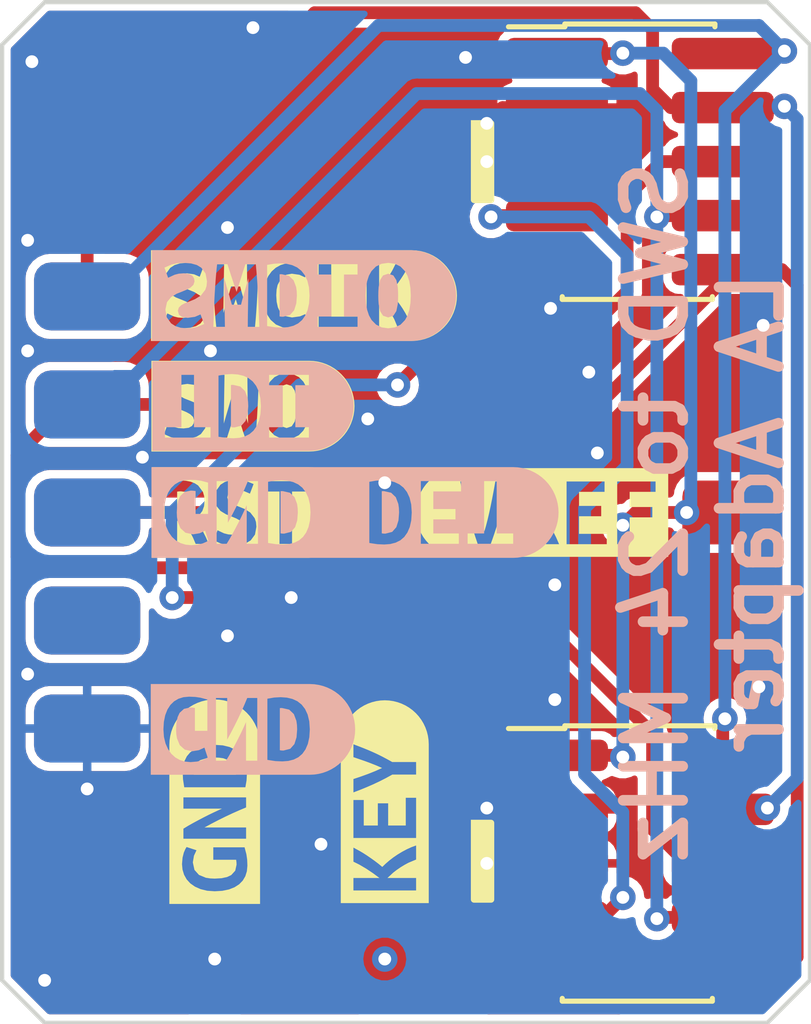
<source format=kicad_pcb>
(kicad_pcb (version 20211014) (generator pcbnew)
  (layers (0 "F.Cu" signal) (31 "B.Cu" signal) (34 "B.Paste" user) (35 "F.Paste" user) (36 "B.SilkS" user "B.Silkscreen") (37 "F.SilkS" user "F.Silkscreen") (38 "B.Mask" user) (39 "F.Mask" user) (44 "Edge.Cuts" user))
  (net 0 "")
  (net 1 "/VREF")
  (net 2 "/SWDIO")
  (net 3 "GND")
  (net 4 "/SWCLK")
  (net 5 "/SWO")
  (net 6 "/TDI")
  (net 7 "/GND_DETECT")
  (net 8 "/RST")
  (net 12 "/KEY")
  (footprint "kibuzzard-639836FB" (layer "F.Cu") (at 142 84.8 90)
    (fp_text reference "kibuzzard-639836FB" hide)
    (fp_text value "G***" hide)
  )
  (footprint "connectors:PinHeader_2x05_FTSH-105-01-L-DV-K" (layer "F.Cu") (at 148 69.75)
    (fp_text reference "J1" hide)
    (fp_text value "Cortex-Debug" hide)
    (pad "1" smd roundrect (at -1.95 -2.54) (size 2.4 0.74) (layers "F.Cu" "F.Paste" "F.Mask") (net 1 "/VREF"))
    (pad "2" smd roundrect (at 1.95 -2.54) (size 2.4 0.74) (layers "F.Cu" "F.Paste" "F.Mask") (net 2 "/SWDIO"))
    (pad "3" smd roundrect (at -1.95 -1.27) (size 2.4 0.74) (layers "F.Cu" "F.Paste" "F.Mask") (net 3 "GND"))
    (pad "4" smd roundrect (at 1.95 -1.27) (size 2.4 0.74) (layers "F.Cu" "F.Paste" "F.Mask") (net 4 "/SWCLK"))
    (pad "5" smd roundrect (at -1.95 0) (size 2.4 0.74) (layers "F.Cu" "F.Paste" "F.Mask") (net 3 "GND"))
    (pad "6" smd roundrect (at 1.95 0) (size 2.4 0.74) (layers "F.Cu" "F.Paste" "F.Mask") (net 5 "/SWO"))
    (pad "7" smd roundrect (at -1.95 1.27) (size 2.4 0.74) (layers "F.Cu" "F.Paste" "F.Mask") (net 12 "/KEY"))
    (pad "8" smd roundrect (at 1.95 1.27) (size 2.4 0.74) (layers "F.Cu" "F.Paste" "F.Mask") (net 6 "/TDI"))
    (pad "9" smd roundrect (at -1.95 2.54) (size 2.4 0.74) (layers "F.Cu" "F.Paste" "F.Mask") (net 7 "/GND_DETECT"))
    (pad "10" smd roundrect (at 1.95 2.54) (size 2.4 0.74) (layers "F.Cu" "F.Paste" "F.Mask") (net 8 "/RST"))
  )
  (footprint "connectors:PinHeader_2x05_FTSH-105-01-L-DV-K" (layer "F.Cu") (at 148 86.25)
    (fp_text reference "J2" hide)
    (fp_text value "Cortex-Debug" hide)
    (pad "1" smd roundrect (at -1.95 -2.54) (size 2.4 0.74) (layers "F.Cu" "F.Paste" "F.Mask") (net 1 "/VREF"))
    (pad "2" smd roundrect (at 1.95 -2.54) (size 2.4 0.74) (layers "F.Cu" "F.Paste" "F.Mask") (net 2 "/SWDIO"))
    (pad "3" smd roundrect (at -1.95 -1.27) (size 2.4 0.74) (layers "F.Cu" "F.Paste" "F.Mask") (net 3 "GND"))
    (pad "4" smd roundrect (at 1.95 -1.27) (size 2.4 0.74) (layers "F.Cu" "F.Paste" "F.Mask") (net 4 "/SWCLK"))
    (pad "5" smd roundrect (at -1.95 0) (size 2.4 0.74) (layers "F.Cu" "F.Paste" "F.Mask") (net 3 "GND"))
    (pad "6" smd roundrect (at 1.95 0) (size 2.4 0.74) (layers "F.Cu" "F.Paste" "F.Mask") (net 5 "/SWO"))
    (pad "7" smd roundrect (at -1.95 1.27) (size 2.4 0.74) (layers "F.Cu" "F.Paste" "F.Mask") (net 12 "/KEY"))
    (pad "8" smd roundrect (at 1.95 1.27) (size 2.4 0.74) (layers "F.Cu" "F.Paste" "F.Mask") (net 6 "/TDI"))
    (pad "9" smd roundrect (at -1.95 2.54) (size 2.4 0.74) (layers "F.Cu" "F.Paste" "F.Mask") (net 7 "/GND_DETECT"))
    (pad "10" smd roundrect (at 1.95 2.54) (size 2.4 0.74) (layers "F.Cu" "F.Paste" "F.Mask") (net 8 "/RST"))
  )
  (footprint "connectors:2x5_2.54mm_side" (layer "F.Cu") (at 135 78 -90)
    (fp_text reference "J3" hide)
    (fp_text value "Conn_02x05_Counter_Clockwise")
    (pad "1" smd roundrect locked (at -5.08 0 270) (size 1.6 2.5) (layers "F.Cu" "F.Mask") (net 4 "/SWCLK"))
    (pad "2" smd roundrect locked (at -2.54 0 270) (size 1.6 2.5) (layers "F.Cu" "F.Mask") (net 5 "/SWO"))
    (pad "3" smd roundrect locked (at 0 0 270) (size 1.6 2.5) (layers "F.Cu" "F.Mask") (net 8 "/RST"))
    (pad "4" smd roundrect locked (at 2.54 0 270) (size 1.6 2.5) (layers "F.Cu" "F.Mask"))
    (pad "5" smd roundrect locked (at 5.08 0 270) (size 1.6 2.5) (layers "F.Cu" "F.Mask"))
    (pad "6" smd roundrect locked (at 5.08 0 270) (size 1.6 2.5) (layers "B.Cu" "B.Mask") (net 3 "GND"))
    (pad "7" smd roundrect locked (at 2.54 0 270) (size 1.6 2.5) (layers "B.Cu" "B.Mask"))
    (pad "8" smd roundrect locked (at 0 0 270) (size 1.6 2.5) (layers "B.Cu" "B.Mask") (net 7 "/GND_DETECT"))
    (pad "9" smd roundrect locked (at -2.54 0 270) (size 1.6 2.5) (layers "B.Cu" "B.Mask") (net 6 "/TDI"))
    (pad "10" smd roundrect locked (at -5.08 0 270) (size 1.6 2.5) (layers "B.Cu" "B.Mask") (net 2 "/SWDIO"))
  )
  (footprint "connectors:pad_1.5x2.0mm" (layer "F.Cu") (at 138 88.5)
    (fp_text reference "TP3" hide)
    (fp_text value "TestPoint" hide)
    (pad "1" smd roundrect locked (at 0 0) (size 1.5 2) (layers "F.Cu" "F.Mask") (net 3 "GND"))
  )
  (footprint "kibuzzard-6398370D" (layer "F.Cu") (at 145.7 78)
    (fp_text reference "kibuzzard-6398370D" hide)
    (fp_text value "G***" hide)
  )
  (footprint "kibuzzard-63983677" (layer "F.Cu") (at 140.1 72.9)
    (fp_text reference "kibuzzard-63983677" hide)
    (fp_text value "G***" hide)
  )
  (footprint "kibuzzard-63A316D6" (layer "F.Cu") (at 138 84.8 90)
    (fp_text reference "kibuzzard-63A316D6" hide)
    (fp_text value "G***" hide)
  )
  (footprint "connectors:pad_1.5x2.0mm" (layer "F.Cu") (at 142 88.5 180)
    (fp_text reference "TP2" hide)
    (fp_text value "TestPoint" hide)
    (pad "1" smd roundrect locked (at 0 0 180) (size 1.5 2) (layers "F.Cu" "F.Mask") (net 12 "/KEY"))
  )
  (footprint "connectors:pad_1.5x2.0mm" (layer "F.Cu") (at 150 78 90)
    (fp_text reference "TP1" hide)
    (fp_text value "TestPoint" hide)
    (pad "1" smd roundrect locked (at 0 0 90) (size 1.5 2) (layers "F.Cu" "F.Mask") (net 1 "/VREF"))
  )
  (footprint "kibuzzard-6398369A" (layer "F.Cu") (at 138.9 78)
    (fp_text reference "kibuzzard-6398369A" hide)
    (fp_text value "G***" hide)
  )
  (footprint "kibuzzard-6398368A" (layer "F.Cu") (at 138.9 75.5)
    (fp_text reference "kibuzzard-6398368A" hide)
    (fp_text value "G***" hide)
  )
  (footprint "kibuzzard-639836EB" (layer "B.Cu") (at 138.9 83.1)
    (fp_text reference "kibuzzard-639836EB" hide)
    (fp_text value "G***" hide)
  )
  (footprint "kibuzzard-639836BA" (layer "B.Cu") (at 138.9 75.5)
    (fp_text reference "kibuzzard-639836BA" hide)
    (fp_text value "G***" hide)
  )
  (footprint "kibuzzard-639836A5" (layer "B.Cu") (at 140.1 72.9)
    (fp_text reference "kibuzzard-639836A5" hide)
    (fp_text value "G***" hide)
  )
  (footprint "kibuzzard-639836D5" (layer "B.Cu") (at 141.3 78)
    (fp_text reference "kibuzzard-639836D5" hide)
    (fp_text value "G***" hide)
  )
  (gr_rect (start 144.5 85.3) (end 144.1 87.1) (layer "F.SilkS") (width 0.15) (fill solid))
  (gr_rect (start 144.5 68.85) (end 144.1 70.65) (layer "F.SilkS") (width 0.15) (fill solid))
  (gr_line (start 133 89) (end 133 67) (layer "Edge.Cuts") (width 0.1))
  (gr_line (start 152 89) (end 151 90) (layer "Edge.Cuts") (width 0.1))
  (gr_line (start 134 66) (end 151 66) (layer "Edge.Cuts") (width 0.1))
  (gr_line (start 151 90) (end 134 90) (layer "Edge.Cuts") (width 0.1))
  (gr_line (start 152 67) (end 152 89) (layer "Edge.Cuts") (width 0.1))
  (gr_line (start 134 66) (end 133 67) (layer "Edge.Cuts") (width 0.1))
  (gr_line (start 151 66) (end 152 67) (layer "Edge.Cuts") (width 0.1))
  (gr_line (start 133 89) (end 134 90) (layer "Edge.Cuts") (width 0.1))
  (gr_text "SWD to 24 MHz\nLA Adapter" (at 149.5 78 90) (layer "B.SilkS") (effects (font (size 1.4 1.4) (thickness 0.25)) (justify mirror)))
  (segment (start 146.05 83.71) (end 147.56 83.71) (width 0.3) (layer "F.Cu") (net 1))
  (segment (start 147.5895 67.21) (end 147.6 67.1995) (width 0.3) (layer "F.Cu") (net 1))
  (segment (start 147.56 83.71) (end 147.6 83.75) (width 0.3) (layer "F.Cu") (net 1))
  (segment (start 150 78) (end 149.1 78) (width 0.3) (layer "F.Cu") (net 1))
  (segment (start 147.9 78) (end 147.6 78.3) (width 0.3) (layer "F.Cu") (net 1))
  (segment (start 149.1 78) (end 147.9 78) (width 0.3) (layer "F.Cu") (net 1))
  (segment (start 146.05 67.21) (end 147.5895 67.21) (width 0.3) (layer "F.Cu") (net 1))
  (via (at 147.6 67.1995) (size 0.6) (drill 0.3) (layers "F.Cu" "B.Cu") (net 1))
  (via (at 147.6 83.75) (size 0.6) (drill 0.3) (layers "F.Cu" "B.Cu") (net 1))
  (via (at 149.1 78) (size 0.6) (drill 0.3) (layers "F.Cu" "B.Cu") (net 1))
  (via (at 147.6 78.3) (size 0.6) (drill 0.3) (layers "F.Cu" "B.Cu") (net 1))
  (segment (start 149.2 67.85) (end 149.2 77.9) (width 0.3) (layer "B.Cu") (net 1))
  (segment (start 149.2 77.9) (end 149.1 78) (width 0.3) (layer "B.Cu") (net 1))
  (segment (start 147.6 83.75) (end 147.6 78.3) (width 0.3) (layer "B.Cu") (net 1))
  (segment (start 147.6 67.1995) (end 148.5495 67.1995) (width 0.3) (layer "B.Cu") (net 1))
  (segment (start 148.5495 67.1995) (end 149.2 67.85) (width 0.3) (layer "B.Cu") (net 1))
  (segment (start 149.95 83.71) (end 149.95 82.9) (width 0.3) (layer "F.Cu") (net 2))
  (segment (start 151.34 67.21) (end 151.4 67.15) (width 0.3) (layer "F.Cu") (net 2))
  (segment (start 149.95 67.21) (end 151.34 67.21) (width 0.3) (layer "F.Cu") (net 2))
  (segment (start 149.95 82.9) (end 150 82.85) (width 0.3) (layer "F.Cu") (net 2))
  (via (at 151.4 67.15) (size 0.6) (drill 0.3) (layers "F.Cu" "B.Cu") (net 2))
  (via (at 150 82.85) (size 0.6) (drill 0.3) (layers "F.Cu" "B.Cu") (net 2))
  (segment (start 135 72.92) (end 135.48 72.92) (width 0.3) (layer "B.Cu") (net 2))
  (segment (start 150 68.55) (end 150 82.85) (width 0.3) (layer "B.Cu") (net 2))
  (segment (start 141.8505 66.5495) (end 150.7995 66.5495) (width 0.3) (layer "B.Cu") (net 2))
  (segment (start 151.4 67.15) (end 150.8 66.55) (width 0.3) (layer "B.Cu") (net 2))
  (segment (start 151.4 67.15) (end 150 68.55) (width 0.3) (layer "B.Cu") (net 2))
  (segment (start 135.48 72.92) (end 141.8505 66.5495) (width 0.3) (layer "B.Cu") (net 2))
  (segment (start 150.7995 66.5495) (end 150.8 66.55) (width 0.3) (layer "B.Cu") (net 2))
  (segment (start 144.4 68.85) (end 144.77 68.48) (width 0.3) (layer "F.Cu") (net 3))
  (segment (start 146.05 86.25) (end 144.4 86.25) (width 0.3) (layer "F.Cu") (net 3))
  (segment (start 146.02 84.95) (end 146.05 84.98) (width 0.3) (layer "F.Cu") (net 3))
  (segment (start 144.4 84.95) (end 146.02 84.95) (width 0.3) (layer "F.Cu") (net 3))
  (segment (start 144.77 68.48) (end 146.05 68.48) (width 0.3) (layer "F.Cu") (net 3))
  (segment (start 146.05 69.75) (end 144.4 69.75) (width 0.3) (layer "F.Cu") (net 3))
  (via (at 144.4 86.25) (size 0.6) (drill 0.3) (layers "F.Cu" "B.Cu") (net 3))
  (via (at 134 89) (size 0.6) (drill 0.3) (layers "F.Cu" "B.Cu") (net 3))
  (via (at 145.9 73.2) (size 0.6) (drill 0.3) (layers "F.Cu" "B.Cu") (net 3))
  (via (at 144.4 68.85) (size 0.6) (drill 0.3) (layers "F.Cu" "B.Cu") (net 3))
  (via (at 146 82.4) (size 0.6) (drill 0.3) (layers "F.Cu" "B.Cu") (net 3))
  (via (at 143.9 67.3) (size 0.6) (drill 0.3) (layers "F.Cu" "B.Cu") (net 3))
  (via (at 141.6 75.8) (size 0.6) (drill 0.3) (layers "F.Cu" "B.Cu") (net 3))
  (via (at 139.8 80) (size 0.6) (drill 0.3) (layers "F.Cu" "B.Cu") (net 3))
  (via (at 146 79.7) (size 0.6) (drill 0.3) (layers "F.Cu" "B.Cu") (net 3))
  (via (at 133.6 74.2) (size 0.6) (drill 0.3) (layers "F.Cu" "B.Cu") (net 3))
  (via (at 140.5 85.8) (size 0.6) (drill 0.3) (layers "F.Cu" "B.Cu") (net 3))
  (via (at 138.3 80.9) (size 0.6) (drill 0.3) (layers "F.Cu" "B.Cu") (net 3))
  (via (at 133.6 71.6) (size 0.6) (drill 0.3) (layers "F.Cu" "B.Cu") (net 3))
  (via (at 142 77.3) (size 0.6) (drill 0.3) (layers "F.Cu" "B.Cu") (net 3))
  (via (at 135 84.5) (size 0.6) (drill 0.3) (layers "F.Cu" "B.Cu") (net 3))
  (via (at 138.9 66.6) (size 0.6) (drill 0.3) (layers "F.Cu" "B.Cu") (net 3))
  (via (at 138 88.5) (size 0.6) (drill 0.3) (layers "F.Cu" "B.Cu") (net 3))
  (via (at 150.8 82.1) (size 0.6) (drill 0.3) (layers "F.Cu" "B.Cu") (net 3))
  (via (at 133.6 81.8) (size 0.6) (drill 0.3) (layers "F.Cu" "B.Cu") (net 3))
  (via (at 137.9 74.2) (size 0.6) (drill 0.3) (layers "F.Cu" "B.Cu") (net 3))
  (via (at 144.4 69.75) (size 0.6) (drill 0.3) (layers "F.Cu" "B.Cu") (net 3))
  (via (at 133.7 67.4) (size 0.6) (drill 0.3) (layers "F.Cu" "B.Cu") (net 3))
  (via (at 136.3 76.7) (size 0.6) (drill 0.3) (layers "F.Cu" "B.Cu") (net 3))
  (via (at 150.9 73.6) (size 0.6) (drill 0.3) (layers "F.Cu" "B.Cu") (net 3))
  (via (at 147 76.6) (size 0.6) (drill 0.3) (layers "F.Cu" "B.Cu") (net 3))
  (via (at 138.3 71.3) (size 0.6) (drill 0.3) (layers "F.Cu" "B.Cu") (net 3))
  (via (at 146.8 74.7) (size 0.6) (drill 0.3) (layers "F.Cu" "B.Cu") (net 3))
  (via (at 144.4 84.95) (size 0.6) (drill 0.3) (layers "F.Cu" "B.Cu") (net 3))
  (segment (start 149.95 68.48) (end 148.73 68.48) (width 0.3) (layer "F.Cu") (net 4))
  (segment (start 149.95 68.48) (end 151.37 68.48) (width 0.3) (layer "F.Cu") (net 4))
  (segment (start 148.73 68.48) (end 148.3 68.05) (width 0.3) (layer "F.Cu") (net 4))
  (segment (start 149.95 84.98) (end 150.97 84.98) (width 0.3) (layer "F.Cu") (net 4))
  (segment (start 135 71.6) (end 135 72.92) (width 0.3) (layer "F.Cu") (net 4))
  (segment (start 148.3 66.65) (end 147.9 66.25) (width 0.3) (layer "F.Cu") (net 4))
  (segment (start 148.3 68.05) (end 148.3 66.65) (width 0.3) (layer "F.Cu") (net 4))
  (segment (start 147.9 66.25) (end 140.35 66.25) (width 0.3) (layer "F.Cu") (net 4))
  (segment (start 140.35 66.25) (end 135 71.6) (width 0.3) (layer "F.Cu") (net 4))
  (segment (start 150.97 84.98) (end 151 84.95) (width 0.3) (layer "F.Cu") (net 4))
  (segment (start 151.37 68.48) (end 151.4 68.45) (width 0.3) (layer "F.Cu") (net 4))
  (via (at 151 84.95) (size 0.6) (drill 0.3) (layers "F.Cu" "B.Cu") (net 4))
  (via (at 151.4 68.45) (size 0.6) (drill 0.3) (layers "F.Cu" "B.Cu") (net 4))
  (segment (start 151 84.95) (end 151.7 84.25) (width 0.3) (layer "B.Cu") (net 4))
  (segment (start 151.7 84.25) (end 151.7 68.75) (width 0.3) (layer "B.Cu") (net 4))
  (segment (start 151.7 68.75) (end 151.4 68.45) (width 0.3) (layer "B.Cu") (net 4))
  (segment (start 148.3 85.450001) (end 149.099999 86.25) (width 0.3) (layer "F.Cu") (net 5))
  (segment (start 133.35 79.05) (end 133.6 79.3) (width 0.3) (layer "F.Cu") (net 5))
  (segment (start 147.7 72.8) (end 147.7 70.55) (width 0.3) (layer "F.Cu") (net 5))
  (segment (start 133.6 79.3) (end 144.4 79.3) (width 0.3) (layer "F.Cu") (net 5))
  (segment (start 148.5 69.75) (end 149.95 69.75) (width 0.3) (layer "F.Cu") (net 5))
  (segment (start 144.4 79.3) (end 148.3 83.2) (width 0.3) (layer "F.Cu") (net 5))
  (segment (start 135 75.46) (end 136.56 75.46) (width 0.3) (layer "F.Cu") (net 5))
  (segment (start 134.54 75.46) (end 133.35 76.65) (width 0.3) (layer "F.Cu") (net 5))
  (segment (start 147.869239 70.4) (end 148.25 70.019239) (width 0.3) (layer "F.Cu") (net 5))
  (segment (start 148.25 70) (end 148.5 69.75) (width 0.3) (layer "F.Cu") (net 5))
  (segment (start 137.7 76.6) (end 143.9 76.6) (width 0.3) (layer "F.Cu") (net 5))
  (segment (start 148.25 70.019239) (end 148.25 70) (width 0.3) (layer "F.Cu") (net 5))
  (segment (start 147.85 70.4) (end 147.869239 70.4) (width 0.3) (layer "F.Cu") (net 5))
  (segment (start 136.56 75.46) (end 137.7 76.6) (width 0.3) (layer "F.Cu") (net 5))
  (segment (start 133.35 76.65) (end 133.35 79.05) (width 0.3) (layer "F.Cu") (net 5))
  (segment (start 148.3 83.2) (end 148.3 85.450001) (width 0.3) (layer "F.Cu") (net 5))
  (segment (start 135 75.46) (end 134.54 75.46) (width 0.3) (layer "F.Cu") (net 5))
  (segment (start 147.7 70.55) (end 147.85 70.4) (width 0.3) (layer "F.Cu") (net 5))
  (segment (start 149.099999 86.25) (end 149.95 86.25) (width 0.3) (layer "F.Cu") (net 5))
  (segment (start 143.9 76.6) (end 147.7 72.8) (width 0.3) (layer "F.Cu") (net 5))
  (segment (start 148.43 87.52) (end 148.4 87.55) (width 0.3) (layer "F.Cu") (net 6))
  (segment (start 148.43 71.02) (end 148.4 71.05) (width 0.3) (layer "F.Cu") (net 6))
  (segment (start 149.95 71.02) (end 148.43 71.02) (width 0.3) (layer "F.Cu") (net 6))
  (segment (start 149.95 87.52) (end 148.43 87.52) (width 0.3) (layer "F.Cu") (net 6))
  (via (at 148.4 71.05) (size 0.6) (drill 0.3) (layers "F.Cu" "B.Cu") (net 6))
  (via (at 148.4 87.55) (size 0.6) (drill 0.3) (layers "F.Cu" "B.Cu") (net 6))
  (segment (start 148.4 71.05) (end 148.4 68.55) (width 0.3) (layer "B.Cu") (net 6))
  (segment (start 148.4 68.55) (end 148 68.15) (width 0.3) (layer "B.Cu") (net 6))
  (segment (start 142.75 68.15) (end 148 68.15) (width 0.3) (layer "B.Cu") (net 6))
  (segment (start 135 75.46) (end 135.66 74.8) (width 0.3) (layer "B.Cu") (net 6))
  (segment (start 148.4 87.55) (end 148.4 71.05) (width 0.3) (layer "B.Cu") (net 6))
  (segment (start 136.1 74.8) (end 142.75 68.15) (width 0.3) (layer "B.Cu") (net 6))
  (segment (start 135.66 74.8) (end 136.1 74.8) (width 0.3) (layer "B.Cu") (net 6))
  (segment (start 143.5 84.8) (end 143.5 87.15) (width 0.3) (layer "F.Cu") (net 7))
  (segment (start 142.3 75) (end 145.01 72.29) (width 0.3) (layer "F.Cu") (net 7))
  (segment (start 137 80) (end 138.7 80) (width 0.3) (layer "F.Cu") (net 7))
  (segment (start 145.14 88.79) (end 146.05 88.79) (width 0.3) (layer "F.Cu") (net 7))
  (segment (start 145.01 72.29) (end 146.05 72.29) (width 0.3) (layer "F.Cu") (net 7))
  (segment (start 138.7 80) (end 143.5 84.8) (width 0.3) (layer "F.Cu") (net 7))
  (segment (start 143.5 87.15) (end 145.14 88.79) (width 0.3) (layer "F.Cu") (net 7))
  (via (at 142.3 75) (size 0.6) (drill 0.3) (layers "F.Cu" "B.Cu") (net 7))
  (via (at 137 80) (size 0.6) (drill 0.3) (layers "F.Cu" "B.Cu") (net 7))
  (segment (start 137 80) (end 137 78) (width 0.3) (layer "B.Cu") (net 7))
  (segment (start 135 78) (end 137 78) (width 0.3) (layer "B.Cu") (net 7))
  (segment (start 140 75) (end 137 78) (width 0.3) (layer "B.Cu") (net 7))
  (segment (start 142.3 75) (end 140 75) (width 0.3) (layer "B.Cu") (net 7))
  (segment (start 149.95 72.55) (end 144.5 78) (width 0.3) (layer "F.Cu") (net 8))
  (segment (start 149.95 72.29) (end 149.95 72.55) (width 0.3) (layer "F.Cu") (net 8))
  (segment (start 151.36 88.79) (end 149.95 88.79) (width 0.3) (layer "F.Cu") (net 8))
  (segment (start 151.7 72.65) (end 151.7 88.45) (width 0.3) (layer "F.Cu") (net 8))
  (segment (start 151.7 88.45) (end 151.36 88.79) (width 0.3) (layer "F.Cu") (net 8))
  (segment (start 151.34 72.29) (end 151.7 72.65) (width 0.3) (layer "F.Cu") (net 8))
  (segment (start 144.5 78) (end 135 78) (width 0.3) (layer "F.Cu") (net 8))
  (segment (start 149.95 72.29) (end 151.34 72.29) (width 0.3) (layer "F.Cu") (net 8))
  (segment (start 147.8 88.15) (end 147.17 87.52) (width 0.3) (layer "F.Cu") (net 12))
  (segment (start 147.17 87.52) (end 146.05 87.52) (width 0.3) (layer "F.Cu") (net 12))
  (segment (start 147.13 87.52) (end 147.6 87.05) (width 0.3) (layer "F.Cu") (net 12))
  (segment (start 143.3 88.5) (end 144.45 89.65) (width 0.3) (layer "F.Cu") (net 12))
  (segment (start 142 88.5) (end 143.3 88.5) (width 0.3) (layer "F.Cu") (net 12))
  (segment (start 147.8 89.35) (end 147.8 88.15) (width 0.3) (layer "F.Cu") (net 12))
  (segment (start 144.53 71.02) (end 144.5 71.05) (width 0.3) (layer "F.Cu") (net 12))
  (segment (start 146.05 71.02) (end 144.53 71.02) (width 0.3) (layer "F.Cu") (net 12))
  (segment (start 147.5 89.65) (end 147.8 89.35) (width 0.3) (layer "F.Cu") (net 12))
  (segment (start 144.45 89.65) (end 147.5 89.65) (width 0.3) (layer "F.Cu") (net 12))
  (segment (start 146.05 87.52) (end 147.13 87.52) (width 0.3) (layer "F.Cu") (net 12))
  (via (at 142 88.5) (size 0.6) (drill 0.3) (layers "F.Cu" "B.Cu") (net 12))
  (via (at 147.6 87.05) (size 0.6) (drill 0.3) (layers "F.Cu" "B.Cu") (net 12))
  (via (at 144.5 71.05) (size 0.6) (drill 0.3) (layers "F.Cu" "B.Cu") (net 12))
  (segment (start 147.6 85.05) (end 147.6 87.05) (width 0.3) (layer "B.Cu") (net 12))
  (segment (start 147.7 71.95) (end 147.7 76.9) (width 0.3) (layer "B.Cu") (net 12))
  (segment (start 147.7 76.9) (end 146.7 77.9) (width 0.3) (layer "B.Cu") (net 12))
  (segment (start 146.8 71.05) (end 147.7 71.95) (width 0.3) (layer "B.Cu") (net 12))
  (segment (start 146.7 84.15) (end 147.6 85.05) (width 0.3) (layer "B.Cu") (net 12))
  (segment (start 146.7 77.9) (end 146.7 84.15) (width 0.3) (layer "B.Cu") (net 12))
  (segment (start 144.5 71.05) (end 146.8 71.05) (width 0.3) (layer "B.Cu") (net 12))
  (zone (net 3) (net_name "GND") (layers F&B.Cu) (connect_pads (clearance 0.2)) (min_thickness 0.15) (fill yes (thermal_gap 0.2) (thermal_bridge_width 0.2))
    (polygon (pts (xy 152 90) (xy 133 90) (xy 133 66) (xy 152 66)))
  )
)
</source>
